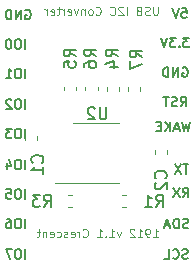
<source format=gbo>
G04 #@! TF.GenerationSoftware,KiCad,Pcbnew,(5.1.2)-1*
G04 #@! TF.CreationDate,2020-01-01T10:54:38+09:00*
G04 #@! TF.ProjectId,converter,636f6e76-6572-4746-9572-2e6b69636164,v1.0*
G04 #@! TF.SameCoordinates,Original*
G04 #@! TF.FileFunction,Legend,Bot*
G04 #@! TF.FilePolarity,Positive*
%FSLAX46Y46*%
G04 Gerber Fmt 4.6, Leading zero omitted, Abs format (unit mm)*
G04 Created by KiCad (PCBNEW (5.1.2)-1) date 2020-01-01 10:54:38*
%MOMM*%
%LPD*%
G04 APERTURE LIST*
%ADD10C,0.120000*%
%ADD11C,0.150000*%
G04 APERTURE END LIST*
D10*
X112730000Y-148526666D02*
X113130000Y-148526666D01*
X112930000Y-148526666D02*
X112930000Y-147826666D01*
X112996666Y-147926666D01*
X113063333Y-147993333D01*
X113130000Y-148026666D01*
X112396666Y-148526666D02*
X112263333Y-148526666D01*
X112196666Y-148493333D01*
X112163333Y-148460000D01*
X112096666Y-148360000D01*
X112063333Y-148226666D01*
X112063333Y-147960000D01*
X112096666Y-147893333D01*
X112130000Y-147860000D01*
X112196666Y-147826666D01*
X112330000Y-147826666D01*
X112396666Y-147860000D01*
X112430000Y-147893333D01*
X112463333Y-147960000D01*
X112463333Y-148126666D01*
X112430000Y-148193333D01*
X112396666Y-148226666D01*
X112330000Y-148260000D01*
X112196666Y-148260000D01*
X112130000Y-148226666D01*
X112096666Y-148193333D01*
X112063333Y-148126666D01*
X111396666Y-148526666D02*
X111796666Y-148526666D01*
X111596666Y-148526666D02*
X111596666Y-147826666D01*
X111663333Y-147926666D01*
X111730000Y-147993333D01*
X111796666Y-148026666D01*
X111130000Y-147893333D02*
X111096666Y-147860000D01*
X111030000Y-147826666D01*
X110863333Y-147826666D01*
X110796666Y-147860000D01*
X110763333Y-147893333D01*
X110730000Y-147960000D01*
X110730000Y-148026666D01*
X110763333Y-148126666D01*
X111163333Y-148526666D01*
X110730000Y-148526666D01*
X109963333Y-148060000D02*
X109796666Y-148526666D01*
X109630000Y-148060000D01*
X108996666Y-148526666D02*
X109396666Y-148526666D01*
X109196666Y-148526666D02*
X109196666Y-147826666D01*
X109263333Y-147926666D01*
X109330000Y-147993333D01*
X109396666Y-148026666D01*
X108696666Y-148460000D02*
X108663333Y-148493333D01*
X108696666Y-148526666D01*
X108730000Y-148493333D01*
X108696666Y-148460000D01*
X108696666Y-148526666D01*
X107996666Y-148526666D02*
X108396666Y-148526666D01*
X108196666Y-148526666D02*
X108196666Y-147826666D01*
X108263333Y-147926666D01*
X108330000Y-147993333D01*
X108396666Y-148026666D01*
X106763333Y-148460000D02*
X106796666Y-148493333D01*
X106896666Y-148526666D01*
X106963333Y-148526666D01*
X107063333Y-148493333D01*
X107130000Y-148426666D01*
X107163333Y-148360000D01*
X107196666Y-148226666D01*
X107196666Y-148126666D01*
X107163333Y-147993333D01*
X107130000Y-147926666D01*
X107063333Y-147860000D01*
X106963333Y-147826666D01*
X106896666Y-147826666D01*
X106796666Y-147860000D01*
X106763333Y-147893333D01*
X106463333Y-148526666D02*
X106463333Y-148060000D01*
X106463333Y-148193333D02*
X106430000Y-148126666D01*
X106396666Y-148093333D01*
X106330000Y-148060000D01*
X106263333Y-148060000D01*
X105763333Y-148493333D02*
X105830000Y-148526666D01*
X105963333Y-148526666D01*
X106030000Y-148493333D01*
X106063333Y-148426666D01*
X106063333Y-148160000D01*
X106030000Y-148093333D01*
X105963333Y-148060000D01*
X105830000Y-148060000D01*
X105763333Y-148093333D01*
X105730000Y-148160000D01*
X105730000Y-148226666D01*
X106063333Y-148293333D01*
X105463333Y-148493333D02*
X105396666Y-148526666D01*
X105263333Y-148526666D01*
X105196666Y-148493333D01*
X105163333Y-148426666D01*
X105163333Y-148393333D01*
X105196666Y-148326666D01*
X105263333Y-148293333D01*
X105363333Y-148293333D01*
X105430000Y-148260000D01*
X105463333Y-148193333D01*
X105463333Y-148160000D01*
X105430000Y-148093333D01*
X105363333Y-148060000D01*
X105263333Y-148060000D01*
X105196666Y-148093333D01*
X104563333Y-148493333D02*
X104630000Y-148526666D01*
X104763333Y-148526666D01*
X104830000Y-148493333D01*
X104863333Y-148460000D01*
X104896666Y-148393333D01*
X104896666Y-148193333D01*
X104863333Y-148126666D01*
X104830000Y-148093333D01*
X104763333Y-148060000D01*
X104630000Y-148060000D01*
X104563333Y-148093333D01*
X103996666Y-148493333D02*
X104063333Y-148526666D01*
X104196666Y-148526666D01*
X104263333Y-148493333D01*
X104296666Y-148426666D01*
X104296666Y-148160000D01*
X104263333Y-148093333D01*
X104196666Y-148060000D01*
X104063333Y-148060000D01*
X103996666Y-148093333D01*
X103963333Y-148160000D01*
X103963333Y-148226666D01*
X104296666Y-148293333D01*
X103663333Y-148060000D02*
X103663333Y-148526666D01*
X103663333Y-148126666D02*
X103630000Y-148093333D01*
X103563333Y-148060000D01*
X103463333Y-148060000D01*
X103396666Y-148093333D01*
X103363333Y-148160000D01*
X103363333Y-148526666D01*
X103130000Y-148060000D02*
X102863333Y-148060000D01*
X103030000Y-147826666D02*
X103030000Y-148426666D01*
X102996666Y-148493333D01*
X102930000Y-148526666D01*
X102863333Y-148526666D01*
X113120000Y-129016666D02*
X113120000Y-129583333D01*
X113086666Y-129650000D01*
X113053333Y-129683333D01*
X112986666Y-129716666D01*
X112853333Y-129716666D01*
X112786666Y-129683333D01*
X112753333Y-129650000D01*
X112720000Y-129583333D01*
X112720000Y-129016666D01*
X112420000Y-129683333D02*
X112320000Y-129716666D01*
X112153333Y-129716666D01*
X112086666Y-129683333D01*
X112053333Y-129650000D01*
X112020000Y-129583333D01*
X112020000Y-129516666D01*
X112053333Y-129450000D01*
X112086666Y-129416666D01*
X112153333Y-129383333D01*
X112286666Y-129350000D01*
X112353333Y-129316666D01*
X112386666Y-129283333D01*
X112420000Y-129216666D01*
X112420000Y-129150000D01*
X112386666Y-129083333D01*
X112353333Y-129050000D01*
X112286666Y-129016666D01*
X112120000Y-129016666D01*
X112020000Y-129050000D01*
X111486666Y-129350000D02*
X111386666Y-129383333D01*
X111353333Y-129416666D01*
X111320000Y-129483333D01*
X111320000Y-129583333D01*
X111353333Y-129650000D01*
X111386666Y-129683333D01*
X111453333Y-129716666D01*
X111720000Y-129716666D01*
X111720000Y-129016666D01*
X111486666Y-129016666D01*
X111420000Y-129050000D01*
X111386666Y-129083333D01*
X111353333Y-129150000D01*
X111353333Y-129216666D01*
X111386666Y-129283333D01*
X111420000Y-129316666D01*
X111486666Y-129350000D01*
X111720000Y-129350000D01*
X110486666Y-129716666D02*
X110486666Y-129016666D01*
X110186666Y-129083333D02*
X110153333Y-129050000D01*
X110086666Y-129016666D01*
X109920000Y-129016666D01*
X109853333Y-129050000D01*
X109820000Y-129083333D01*
X109786666Y-129150000D01*
X109786666Y-129216666D01*
X109820000Y-129316666D01*
X110220000Y-129716666D01*
X109786666Y-129716666D01*
X109086666Y-129650000D02*
X109120000Y-129683333D01*
X109220000Y-129716666D01*
X109286666Y-129716666D01*
X109386666Y-129683333D01*
X109453333Y-129616666D01*
X109486666Y-129550000D01*
X109520000Y-129416666D01*
X109520000Y-129316666D01*
X109486666Y-129183333D01*
X109453333Y-129116666D01*
X109386666Y-129050000D01*
X109286666Y-129016666D01*
X109220000Y-129016666D01*
X109120000Y-129050000D01*
X109086666Y-129083333D01*
X107853333Y-129650000D02*
X107886666Y-129683333D01*
X107986666Y-129716666D01*
X108053333Y-129716666D01*
X108153333Y-129683333D01*
X108220000Y-129616666D01*
X108253333Y-129550000D01*
X108286666Y-129416666D01*
X108286666Y-129316666D01*
X108253333Y-129183333D01*
X108220000Y-129116666D01*
X108153333Y-129050000D01*
X108053333Y-129016666D01*
X107986666Y-129016666D01*
X107886666Y-129050000D01*
X107853333Y-129083333D01*
X107453333Y-129716666D02*
X107520000Y-129683333D01*
X107553333Y-129650000D01*
X107586666Y-129583333D01*
X107586666Y-129383333D01*
X107553333Y-129316666D01*
X107520000Y-129283333D01*
X107453333Y-129250000D01*
X107353333Y-129250000D01*
X107286666Y-129283333D01*
X107253333Y-129316666D01*
X107220000Y-129383333D01*
X107220000Y-129583333D01*
X107253333Y-129650000D01*
X107286666Y-129683333D01*
X107353333Y-129716666D01*
X107453333Y-129716666D01*
X106920000Y-129250000D02*
X106920000Y-129716666D01*
X106920000Y-129316666D02*
X106886666Y-129283333D01*
X106820000Y-129250000D01*
X106720000Y-129250000D01*
X106653333Y-129283333D01*
X106620000Y-129350000D01*
X106620000Y-129716666D01*
X106353333Y-129250000D02*
X106186666Y-129716666D01*
X106020000Y-129250000D01*
X105486666Y-129683333D02*
X105553333Y-129716666D01*
X105686666Y-129716666D01*
X105753333Y-129683333D01*
X105786666Y-129616666D01*
X105786666Y-129350000D01*
X105753333Y-129283333D01*
X105686666Y-129250000D01*
X105553333Y-129250000D01*
X105486666Y-129283333D01*
X105453333Y-129350000D01*
X105453333Y-129416666D01*
X105786666Y-129483333D01*
X105153333Y-129716666D02*
X105153333Y-129250000D01*
X105153333Y-129383333D02*
X105120000Y-129316666D01*
X105086666Y-129283333D01*
X105020000Y-129250000D01*
X104953333Y-129250000D01*
X104820000Y-129250000D02*
X104553333Y-129250000D01*
X104720000Y-129016666D02*
X104720000Y-129616666D01*
X104686666Y-129683333D01*
X104620000Y-129716666D01*
X104553333Y-129716666D01*
X104053333Y-129683333D02*
X104120000Y-129716666D01*
X104253333Y-129716666D01*
X104320000Y-129683333D01*
X104353333Y-129616666D01*
X104353333Y-129350000D01*
X104320000Y-129283333D01*
X104253333Y-129250000D01*
X104120000Y-129250000D01*
X104053333Y-129283333D01*
X104020000Y-129350000D01*
X104020000Y-129416666D01*
X104353333Y-129483333D01*
X103720000Y-129716666D02*
X103720000Y-129250000D01*
X103720000Y-129383333D02*
X103686666Y-129316666D01*
X103653333Y-129283333D01*
X103586666Y-129250000D01*
X103520000Y-129250000D01*
D11*
X101909523Y-129300000D02*
X101985714Y-129261904D01*
X102100000Y-129261904D01*
X102214285Y-129300000D01*
X102290476Y-129376190D01*
X102328571Y-129452380D01*
X102366666Y-129604761D01*
X102366666Y-129719047D01*
X102328571Y-129871428D01*
X102290476Y-129947619D01*
X102214285Y-130023809D01*
X102100000Y-130061904D01*
X102023809Y-130061904D01*
X101909523Y-130023809D01*
X101871428Y-129985714D01*
X101871428Y-129719047D01*
X102023809Y-129719047D01*
X101528571Y-130061904D02*
X101528571Y-129261904D01*
X101071428Y-130061904D01*
X101071428Y-129261904D01*
X100690476Y-130061904D02*
X100690476Y-129261904D01*
X100500000Y-129261904D01*
X100385714Y-129300000D01*
X100309523Y-129376190D01*
X100271428Y-129452380D01*
X100233333Y-129604761D01*
X100233333Y-129719047D01*
X100271428Y-129871428D01*
X100309523Y-129947619D01*
X100385714Y-130023809D01*
X100500000Y-130061904D01*
X100690476Y-130061904D01*
X101900000Y-132561904D02*
X101900000Y-131761904D01*
X101366666Y-131761904D02*
X101214285Y-131761904D01*
X101138095Y-131800000D01*
X101061904Y-131876190D01*
X101023809Y-132028571D01*
X101023809Y-132295238D01*
X101061904Y-132447619D01*
X101138095Y-132523809D01*
X101214285Y-132561904D01*
X101366666Y-132561904D01*
X101442857Y-132523809D01*
X101519047Y-132447619D01*
X101557142Y-132295238D01*
X101557142Y-132028571D01*
X101519047Y-131876190D01*
X101442857Y-131800000D01*
X101366666Y-131761904D01*
X100528571Y-131761904D02*
X100452380Y-131761904D01*
X100376190Y-131800000D01*
X100338095Y-131838095D01*
X100300000Y-131914285D01*
X100261904Y-132066666D01*
X100261904Y-132257142D01*
X100300000Y-132409523D01*
X100338095Y-132485714D01*
X100376190Y-132523809D01*
X100452380Y-132561904D01*
X100528571Y-132561904D01*
X100604761Y-132523809D01*
X100642857Y-132485714D01*
X100680952Y-132409523D01*
X100719047Y-132257142D01*
X100719047Y-132066666D01*
X100680952Y-131914285D01*
X100642857Y-131838095D01*
X100604761Y-131800000D01*
X100528571Y-131761904D01*
X101900000Y-135061904D02*
X101900000Y-134261904D01*
X101366666Y-134261904D02*
X101214285Y-134261904D01*
X101138095Y-134300000D01*
X101061904Y-134376190D01*
X101023809Y-134528571D01*
X101023809Y-134795238D01*
X101061904Y-134947619D01*
X101138095Y-135023809D01*
X101214285Y-135061904D01*
X101366666Y-135061904D01*
X101442857Y-135023809D01*
X101519047Y-134947619D01*
X101557142Y-134795238D01*
X101557142Y-134528571D01*
X101519047Y-134376190D01*
X101442857Y-134300000D01*
X101366666Y-134261904D01*
X100261904Y-135061904D02*
X100719047Y-135061904D01*
X100490476Y-135061904D02*
X100490476Y-134261904D01*
X100566666Y-134376190D01*
X100642857Y-134452380D01*
X100719047Y-134490476D01*
X101900000Y-137661904D02*
X101900000Y-136861904D01*
X101366666Y-136861904D02*
X101214285Y-136861904D01*
X101138095Y-136900000D01*
X101061904Y-136976190D01*
X101023809Y-137128571D01*
X101023809Y-137395238D01*
X101061904Y-137547619D01*
X101138095Y-137623809D01*
X101214285Y-137661904D01*
X101366666Y-137661904D01*
X101442857Y-137623809D01*
X101519047Y-137547619D01*
X101557142Y-137395238D01*
X101557142Y-137128571D01*
X101519047Y-136976190D01*
X101442857Y-136900000D01*
X101366666Y-136861904D01*
X100719047Y-136938095D02*
X100680952Y-136900000D01*
X100604761Y-136861904D01*
X100414285Y-136861904D01*
X100338095Y-136900000D01*
X100300000Y-136938095D01*
X100261904Y-137014285D01*
X100261904Y-137090476D01*
X100300000Y-137204761D01*
X100757142Y-137661904D01*
X100261904Y-137661904D01*
X101900000Y-140161904D02*
X101900000Y-139361904D01*
X101366666Y-139361904D02*
X101214285Y-139361904D01*
X101138095Y-139400000D01*
X101061904Y-139476190D01*
X101023809Y-139628571D01*
X101023809Y-139895238D01*
X101061904Y-140047619D01*
X101138095Y-140123809D01*
X101214285Y-140161904D01*
X101366666Y-140161904D01*
X101442857Y-140123809D01*
X101519047Y-140047619D01*
X101557142Y-139895238D01*
X101557142Y-139628571D01*
X101519047Y-139476190D01*
X101442857Y-139400000D01*
X101366666Y-139361904D01*
X100757142Y-139361904D02*
X100261904Y-139361904D01*
X100528571Y-139666666D01*
X100414285Y-139666666D01*
X100338095Y-139704761D01*
X100300000Y-139742857D01*
X100261904Y-139819047D01*
X100261904Y-140009523D01*
X100300000Y-140085714D01*
X100338095Y-140123809D01*
X100414285Y-140161904D01*
X100642857Y-140161904D01*
X100719047Y-140123809D01*
X100757142Y-140085714D01*
X101900000Y-142761904D02*
X101900000Y-141961904D01*
X101366666Y-141961904D02*
X101214285Y-141961904D01*
X101138095Y-142000000D01*
X101061904Y-142076190D01*
X101023809Y-142228571D01*
X101023809Y-142495238D01*
X101061904Y-142647619D01*
X101138095Y-142723809D01*
X101214285Y-142761904D01*
X101366666Y-142761904D01*
X101442857Y-142723809D01*
X101519047Y-142647619D01*
X101557142Y-142495238D01*
X101557142Y-142228571D01*
X101519047Y-142076190D01*
X101442857Y-142000000D01*
X101366666Y-141961904D01*
X100338095Y-142228571D02*
X100338095Y-142761904D01*
X100528571Y-141923809D02*
X100719047Y-142495238D01*
X100223809Y-142495238D01*
X101900000Y-145261904D02*
X101900000Y-144461904D01*
X101366666Y-144461904D02*
X101214285Y-144461904D01*
X101138095Y-144500000D01*
X101061904Y-144576190D01*
X101023809Y-144728571D01*
X101023809Y-144995238D01*
X101061904Y-145147619D01*
X101138095Y-145223809D01*
X101214285Y-145261904D01*
X101366666Y-145261904D01*
X101442857Y-145223809D01*
X101519047Y-145147619D01*
X101557142Y-144995238D01*
X101557142Y-144728571D01*
X101519047Y-144576190D01*
X101442857Y-144500000D01*
X101366666Y-144461904D01*
X100300000Y-144461904D02*
X100680952Y-144461904D01*
X100719047Y-144842857D01*
X100680952Y-144804761D01*
X100604761Y-144766666D01*
X100414285Y-144766666D01*
X100338095Y-144804761D01*
X100300000Y-144842857D01*
X100261904Y-144919047D01*
X100261904Y-145109523D01*
X100300000Y-145185714D01*
X100338095Y-145223809D01*
X100414285Y-145261904D01*
X100604761Y-145261904D01*
X100680952Y-145223809D01*
X100719047Y-145185714D01*
X101900000Y-147761904D02*
X101900000Y-146961904D01*
X101366666Y-146961904D02*
X101214285Y-146961904D01*
X101138095Y-147000000D01*
X101061904Y-147076190D01*
X101023809Y-147228571D01*
X101023809Y-147495238D01*
X101061904Y-147647619D01*
X101138095Y-147723809D01*
X101214285Y-147761904D01*
X101366666Y-147761904D01*
X101442857Y-147723809D01*
X101519047Y-147647619D01*
X101557142Y-147495238D01*
X101557142Y-147228571D01*
X101519047Y-147076190D01*
X101442857Y-147000000D01*
X101366666Y-146961904D01*
X100338095Y-146961904D02*
X100490476Y-146961904D01*
X100566666Y-147000000D01*
X100604761Y-147038095D01*
X100680952Y-147152380D01*
X100719047Y-147304761D01*
X100719047Y-147609523D01*
X100680952Y-147685714D01*
X100642857Y-147723809D01*
X100566666Y-147761904D01*
X100414285Y-147761904D01*
X100338095Y-147723809D01*
X100300000Y-147685714D01*
X100261904Y-147609523D01*
X100261904Y-147419047D01*
X100300000Y-147342857D01*
X100338095Y-147304761D01*
X100414285Y-147266666D01*
X100566666Y-147266666D01*
X100642857Y-147304761D01*
X100680952Y-147342857D01*
X100719047Y-147419047D01*
X101900000Y-150361904D02*
X101900000Y-149561904D01*
X101366666Y-149561904D02*
X101214285Y-149561904D01*
X101138095Y-149600000D01*
X101061904Y-149676190D01*
X101023809Y-149828571D01*
X101023809Y-150095238D01*
X101061904Y-150247619D01*
X101138095Y-150323809D01*
X101214285Y-150361904D01*
X101366666Y-150361904D01*
X101442857Y-150323809D01*
X101519047Y-150247619D01*
X101557142Y-150095238D01*
X101557142Y-149828571D01*
X101519047Y-149676190D01*
X101442857Y-149600000D01*
X101366666Y-149561904D01*
X100757142Y-149561904D02*
X100223809Y-149561904D01*
X100566666Y-150361904D01*
X115652380Y-150323809D02*
X115538095Y-150361904D01*
X115347619Y-150361904D01*
X115271428Y-150323809D01*
X115233333Y-150285714D01*
X115195238Y-150209523D01*
X115195238Y-150133333D01*
X115233333Y-150057142D01*
X115271428Y-150019047D01*
X115347619Y-149980952D01*
X115500000Y-149942857D01*
X115576190Y-149904761D01*
X115614285Y-149866666D01*
X115652380Y-149790476D01*
X115652380Y-149714285D01*
X115614285Y-149638095D01*
X115576190Y-149600000D01*
X115500000Y-149561904D01*
X115309523Y-149561904D01*
X115195238Y-149600000D01*
X114395238Y-150285714D02*
X114433333Y-150323809D01*
X114547619Y-150361904D01*
X114623809Y-150361904D01*
X114738095Y-150323809D01*
X114814285Y-150247619D01*
X114852380Y-150171428D01*
X114890476Y-150019047D01*
X114890476Y-149904761D01*
X114852380Y-149752380D01*
X114814285Y-149676190D01*
X114738095Y-149600000D01*
X114623809Y-149561904D01*
X114547619Y-149561904D01*
X114433333Y-149600000D01*
X114395238Y-149638095D01*
X113671428Y-150361904D02*
X114052380Y-150361904D01*
X114052380Y-149561904D01*
X115671428Y-147723809D02*
X115557142Y-147761904D01*
X115366666Y-147761904D01*
X115290476Y-147723809D01*
X115252380Y-147685714D01*
X115214285Y-147609523D01*
X115214285Y-147533333D01*
X115252380Y-147457142D01*
X115290476Y-147419047D01*
X115366666Y-147380952D01*
X115519047Y-147342857D01*
X115595238Y-147304761D01*
X115633333Y-147266666D01*
X115671428Y-147190476D01*
X115671428Y-147114285D01*
X115633333Y-147038095D01*
X115595238Y-147000000D01*
X115519047Y-146961904D01*
X115328571Y-146961904D01*
X115214285Y-147000000D01*
X114871428Y-147761904D02*
X114871428Y-146961904D01*
X114680952Y-146961904D01*
X114566666Y-147000000D01*
X114490476Y-147076190D01*
X114452380Y-147152380D01*
X114414285Y-147304761D01*
X114414285Y-147419047D01*
X114452380Y-147571428D01*
X114490476Y-147647619D01*
X114566666Y-147723809D01*
X114680952Y-147761904D01*
X114871428Y-147761904D01*
X114109523Y-147533333D02*
X113728571Y-147533333D01*
X114185714Y-147761904D02*
X113919047Y-146961904D01*
X113652380Y-147761904D01*
X115233333Y-145161904D02*
X115500000Y-144780952D01*
X115690476Y-145161904D02*
X115690476Y-144361904D01*
X115385714Y-144361904D01*
X115309523Y-144400000D01*
X115271428Y-144438095D01*
X115233333Y-144514285D01*
X115233333Y-144628571D01*
X115271428Y-144704761D01*
X115309523Y-144742857D01*
X115385714Y-144780952D01*
X115690476Y-144780952D01*
X114966666Y-144361904D02*
X114433333Y-145161904D01*
X114433333Y-144361904D02*
X114966666Y-145161904D01*
X115709523Y-142361904D02*
X115252380Y-142361904D01*
X115480952Y-143161904D02*
X115480952Y-142361904D01*
X115061904Y-142361904D02*
X114528571Y-143161904D01*
X114528571Y-142361904D02*
X115061904Y-143161904D01*
X115847619Y-138761904D02*
X115657142Y-139561904D01*
X115504761Y-138990476D01*
X115352380Y-139561904D01*
X115161904Y-138761904D01*
X114895238Y-139333333D02*
X114514285Y-139333333D01*
X114971428Y-139561904D02*
X114704761Y-138761904D01*
X114438095Y-139561904D01*
X114171428Y-139561904D02*
X114171428Y-138761904D01*
X113714285Y-139561904D02*
X114057142Y-139104761D01*
X113714285Y-138761904D02*
X114171428Y-139219047D01*
X113371428Y-139142857D02*
X113104761Y-139142857D01*
X112990476Y-139561904D02*
X113371428Y-139561904D01*
X113371428Y-138761904D01*
X112990476Y-138761904D01*
X115038095Y-137461904D02*
X115304761Y-137080952D01*
X115495238Y-137461904D02*
X115495238Y-136661904D01*
X115190476Y-136661904D01*
X115114285Y-136700000D01*
X115076190Y-136738095D01*
X115038095Y-136814285D01*
X115038095Y-136928571D01*
X115076190Y-137004761D01*
X115114285Y-137042857D01*
X115190476Y-137080952D01*
X115495238Y-137080952D01*
X114733333Y-137423809D02*
X114619047Y-137461904D01*
X114428571Y-137461904D01*
X114352380Y-137423809D01*
X114314285Y-137385714D01*
X114276190Y-137309523D01*
X114276190Y-137233333D01*
X114314285Y-137157142D01*
X114352380Y-137119047D01*
X114428571Y-137080952D01*
X114580952Y-137042857D01*
X114657142Y-137004761D01*
X114695238Y-136966666D01*
X114733333Y-136890476D01*
X114733333Y-136814285D01*
X114695238Y-136738095D01*
X114657142Y-136700000D01*
X114580952Y-136661904D01*
X114390476Y-136661904D01*
X114276190Y-136700000D01*
X114047619Y-136661904D02*
X113590476Y-136661904D01*
X113819047Y-137461904D02*
X113819047Y-136661904D01*
X115152380Y-129161904D02*
X115533333Y-129161904D01*
X115571428Y-129542857D01*
X115533333Y-129504761D01*
X115457142Y-129466666D01*
X115266666Y-129466666D01*
X115190476Y-129504761D01*
X115152380Y-129542857D01*
X115114285Y-129619047D01*
X115114285Y-129809523D01*
X115152380Y-129885714D01*
X115190476Y-129923809D01*
X115266666Y-129961904D01*
X115457142Y-129961904D01*
X115533333Y-129923809D01*
X115571428Y-129885714D01*
X114885714Y-129161904D02*
X114619047Y-129961904D01*
X114352380Y-129161904D01*
X115780952Y-131661904D02*
X115285714Y-131661904D01*
X115552380Y-131966666D01*
X115438095Y-131966666D01*
X115361904Y-132004761D01*
X115323809Y-132042857D01*
X115285714Y-132119047D01*
X115285714Y-132309523D01*
X115323809Y-132385714D01*
X115361904Y-132423809D01*
X115438095Y-132461904D01*
X115666666Y-132461904D01*
X115742857Y-132423809D01*
X115780952Y-132385714D01*
X114942857Y-132385714D02*
X114904761Y-132423809D01*
X114942857Y-132461904D01*
X114980952Y-132423809D01*
X114942857Y-132385714D01*
X114942857Y-132461904D01*
X114638095Y-131661904D02*
X114142857Y-131661904D01*
X114409523Y-131966666D01*
X114295238Y-131966666D01*
X114219047Y-132004761D01*
X114180952Y-132042857D01*
X114142857Y-132119047D01*
X114142857Y-132309523D01*
X114180952Y-132385714D01*
X114219047Y-132423809D01*
X114295238Y-132461904D01*
X114523809Y-132461904D01*
X114600000Y-132423809D01*
X114638095Y-132385714D01*
X113914285Y-131661904D02*
X113647619Y-132461904D01*
X113380952Y-131661904D01*
X115209523Y-134200000D02*
X115285714Y-134161904D01*
X115400000Y-134161904D01*
X115514285Y-134200000D01*
X115590476Y-134276190D01*
X115628571Y-134352380D01*
X115666666Y-134504761D01*
X115666666Y-134619047D01*
X115628571Y-134771428D01*
X115590476Y-134847619D01*
X115514285Y-134923809D01*
X115400000Y-134961904D01*
X115323809Y-134961904D01*
X115209523Y-134923809D01*
X115171428Y-134885714D01*
X115171428Y-134619047D01*
X115323809Y-134619047D01*
X114828571Y-134961904D02*
X114828571Y-134161904D01*
X114371428Y-134961904D01*
X114371428Y-134161904D01*
X113990476Y-134961904D02*
X113990476Y-134161904D01*
X113800000Y-134161904D01*
X113685714Y-134200000D01*
X113609523Y-134276190D01*
X113571428Y-134352380D01*
X113533333Y-134504761D01*
X113533333Y-134619047D01*
X113571428Y-134771428D01*
X113609523Y-134847619D01*
X113685714Y-134923809D01*
X113800000Y-134961904D01*
X113990476Y-134961904D01*
D10*
X101890000Y-140274779D02*
X101890000Y-139949221D01*
X102910000Y-140274779D02*
X102910000Y-139949221D01*
X113910000Y-141450779D02*
X113910000Y-141125221D01*
X112890000Y-141450779D02*
X112890000Y-141125221D01*
X110125221Y-144990000D02*
X110450779Y-144990000D01*
X110125221Y-146010000D02*
X110450779Y-146010000D01*
X105525221Y-146010000D02*
X105850779Y-146010000D01*
X105525221Y-144990000D02*
X105850779Y-144990000D01*
X108790000Y-135799221D02*
X108790000Y-136124779D01*
X109810000Y-135799221D02*
X109810000Y-136124779D01*
X106210000Y-135787221D02*
X106210000Y-136112779D01*
X105190000Y-135787221D02*
X105190000Y-136112779D01*
X106990000Y-135787221D02*
X106990000Y-136112779D01*
X108010000Y-135787221D02*
X108010000Y-136112779D01*
X107900000Y-138840000D02*
X109850000Y-138840000D01*
X107900000Y-138840000D02*
X105950000Y-138840000D01*
X107900000Y-143960000D02*
X109850000Y-143960000D01*
X107900000Y-143960000D02*
X104450000Y-143960000D01*
X111630000Y-135794721D02*
X111630000Y-136120279D01*
X110610000Y-135794721D02*
X110610000Y-136120279D01*
D11*
X103317142Y-142213333D02*
X103364761Y-142165714D01*
X103412380Y-142022857D01*
X103412380Y-141927619D01*
X103364761Y-141784761D01*
X103269523Y-141689523D01*
X103174285Y-141641904D01*
X102983809Y-141594285D01*
X102840952Y-141594285D01*
X102650476Y-141641904D01*
X102555238Y-141689523D01*
X102460000Y-141784761D01*
X102412380Y-141927619D01*
X102412380Y-142022857D01*
X102460000Y-142165714D01*
X102507619Y-142213333D01*
X103412380Y-143165714D02*
X103412380Y-142594285D01*
X103412380Y-142880000D02*
X102412380Y-142880000D01*
X102555238Y-142784761D01*
X102650476Y-142689523D01*
X102698095Y-142594285D01*
X113757142Y-143533333D02*
X113804761Y-143485714D01*
X113852380Y-143342857D01*
X113852380Y-143247619D01*
X113804761Y-143104761D01*
X113709523Y-143009523D01*
X113614285Y-142961904D01*
X113423809Y-142914285D01*
X113280952Y-142914285D01*
X113090476Y-142961904D01*
X112995238Y-143009523D01*
X112900000Y-143104761D01*
X112852380Y-143247619D01*
X112852380Y-143342857D01*
X112900000Y-143485714D01*
X112947619Y-143533333D01*
X112947619Y-143914285D02*
X112900000Y-143961904D01*
X112852380Y-144057142D01*
X112852380Y-144295238D01*
X112900000Y-144390476D01*
X112947619Y-144438095D01*
X113042857Y-144485714D01*
X113138095Y-144485714D01*
X113280952Y-144438095D01*
X113852380Y-143866666D01*
X113852380Y-144485714D01*
X112966666Y-145952380D02*
X113300000Y-145476190D01*
X113538095Y-145952380D02*
X113538095Y-144952380D01*
X113157142Y-144952380D01*
X113061904Y-145000000D01*
X113014285Y-145047619D01*
X112966666Y-145142857D01*
X112966666Y-145285714D01*
X113014285Y-145380952D01*
X113061904Y-145428571D01*
X113157142Y-145476190D01*
X113538095Y-145476190D01*
X112014285Y-145952380D02*
X112585714Y-145952380D01*
X112300000Y-145952380D02*
X112300000Y-144952380D01*
X112395238Y-145095238D01*
X112490476Y-145190476D01*
X112585714Y-145238095D01*
X103466666Y-145952380D02*
X103800000Y-145476190D01*
X104038095Y-145952380D02*
X104038095Y-144952380D01*
X103657142Y-144952380D01*
X103561904Y-145000000D01*
X103514285Y-145047619D01*
X103466666Y-145142857D01*
X103466666Y-145285714D01*
X103514285Y-145380952D01*
X103561904Y-145428571D01*
X103657142Y-145476190D01*
X104038095Y-145476190D01*
X103133333Y-144952380D02*
X102514285Y-144952380D01*
X102847619Y-145333333D01*
X102704761Y-145333333D01*
X102609523Y-145380952D01*
X102561904Y-145428571D01*
X102514285Y-145523809D01*
X102514285Y-145761904D01*
X102561904Y-145857142D01*
X102609523Y-145904761D01*
X102704761Y-145952380D01*
X102990476Y-145952380D01*
X103085714Y-145904761D01*
X103133333Y-145857142D01*
X109702380Y-133232833D02*
X109226190Y-132899500D01*
X109702380Y-132661404D02*
X108702380Y-132661404D01*
X108702380Y-133042357D01*
X108750000Y-133137595D01*
X108797619Y-133185214D01*
X108892857Y-133232833D01*
X109035714Y-133232833D01*
X109130952Y-133185214D01*
X109178571Y-133137595D01*
X109226190Y-133042357D01*
X109226190Y-132661404D01*
X109035714Y-134089976D02*
X109702380Y-134089976D01*
X108654761Y-133851880D02*
X109369047Y-133613785D01*
X109369047Y-134232833D01*
X106152380Y-133233333D02*
X105676190Y-132900000D01*
X106152380Y-132661904D02*
X105152380Y-132661904D01*
X105152380Y-133042857D01*
X105200000Y-133138095D01*
X105247619Y-133185714D01*
X105342857Y-133233333D01*
X105485714Y-133233333D01*
X105580952Y-133185714D01*
X105628571Y-133138095D01*
X105676190Y-133042857D01*
X105676190Y-132661904D01*
X105152380Y-134138095D02*
X105152380Y-133661904D01*
X105628571Y-133614285D01*
X105580952Y-133661904D01*
X105533333Y-133757142D01*
X105533333Y-133995238D01*
X105580952Y-134090476D01*
X105628571Y-134138095D01*
X105723809Y-134185714D01*
X105961904Y-134185714D01*
X106057142Y-134138095D01*
X106104761Y-134090476D01*
X106152380Y-133995238D01*
X106152380Y-133757142D01*
X106104761Y-133661904D01*
X106057142Y-133614285D01*
X107902380Y-133233333D02*
X107426190Y-132900000D01*
X107902380Y-132661904D02*
X106902380Y-132661904D01*
X106902380Y-133042857D01*
X106950000Y-133138095D01*
X106997619Y-133185714D01*
X107092857Y-133233333D01*
X107235714Y-133233333D01*
X107330952Y-133185714D01*
X107378571Y-133138095D01*
X107426190Y-133042857D01*
X107426190Y-132661904D01*
X106902380Y-134090476D02*
X106902380Y-133900000D01*
X106950000Y-133804761D01*
X106997619Y-133757142D01*
X107140476Y-133661904D01*
X107330952Y-133614285D01*
X107711904Y-133614285D01*
X107807142Y-133661904D01*
X107854761Y-133709523D01*
X107902380Y-133804761D01*
X107902380Y-133995238D01*
X107854761Y-134090476D01*
X107807142Y-134138095D01*
X107711904Y-134185714D01*
X107473809Y-134185714D01*
X107378571Y-134138095D01*
X107330952Y-134090476D01*
X107283333Y-133995238D01*
X107283333Y-133804761D01*
X107330952Y-133709523D01*
X107378571Y-133661904D01*
X107473809Y-133614285D01*
X108761904Y-137552380D02*
X108761904Y-138361904D01*
X108714285Y-138457142D01*
X108666666Y-138504761D01*
X108571428Y-138552380D01*
X108380952Y-138552380D01*
X108285714Y-138504761D01*
X108238095Y-138457142D01*
X108190476Y-138361904D01*
X108190476Y-137552380D01*
X107761904Y-137647619D02*
X107714285Y-137600000D01*
X107619047Y-137552380D01*
X107380952Y-137552380D01*
X107285714Y-137600000D01*
X107238095Y-137647619D01*
X107190476Y-137742857D01*
X107190476Y-137838095D01*
X107238095Y-137980952D01*
X107809523Y-138552380D01*
X107190476Y-138552380D01*
X111752380Y-133303333D02*
X111276190Y-132970000D01*
X111752380Y-132731904D02*
X110752380Y-132731904D01*
X110752380Y-133112857D01*
X110800000Y-133208095D01*
X110847619Y-133255714D01*
X110942857Y-133303333D01*
X111085714Y-133303333D01*
X111180952Y-133255714D01*
X111228571Y-133208095D01*
X111276190Y-133112857D01*
X111276190Y-132731904D01*
X110752380Y-133636666D02*
X110752380Y-134303333D01*
X111752380Y-133874761D01*
M02*

</source>
